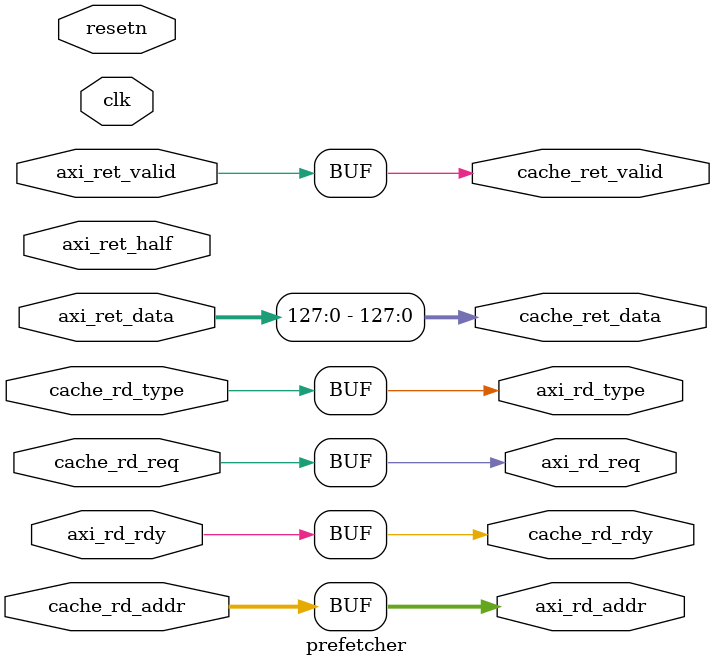
<source format=v>
`define IDLE          2'b01
`define HIT           2'b10

module prefetcher (
    input           clk,
    input           resetn,
    // Dcache
    input           cache_rd_req,
    input           cache_rd_type,
    input   [ 31:0] cache_rd_addr,
    output          cache_rd_rdy,
    output          cache_ret_valid,
    output  [127:0] cache_ret_data,
    // AXI
    output          axi_rd_req,
    output          axi_rd_type,
    output  [ 31:0] axi_rd_addr,
    input           axi_rd_rdy,
    input           axi_ret_valid,
    input   [255:0] axi_ret_data,
    input           axi_ret_half
);

// Buffer
reg [127:0] buffer;
reg [ 31:0] addr;
reg         valid;
reg         uncache;

always @(posedge clk) begin
    if(!resetn) begin
        addr <= 32'b0;
    end
    else if (axi_rd_req && axi_rd_rdy && (axi_rd_type == 1'b1)) begin
        addr <= axi_rd_addr + 32'd16;
    end
end

always @(posedge clk) begin
    if(!resetn) begin
        buffer <= 127'b0;
    end
    else if (axi_ret_valid && !uncache) begin
        buffer <= axi_ret_data[255:128];
    end
end

always @(posedge clk) begin
    if(!resetn) begin
        uncache <= 1'b0;
    end
    else if (axi_rd_req && axi_rd_rdy && (axi_rd_type == 1'b0)) begin
        uncache <= 1'b1;
    end
    else if (axi_ret_valid_mod) begin
        uncache <= 1'b0;
    end
end

always @(posedge clk) begin
    if(!resetn) begin
        valid <= 1'b0;
    end
    else if (axi_rd_req && axi_rd_rdy && (axi_rd_type == 1'b1)) begin
        valid <= 1'b0;
    end
    else if (axi_ret_valid && !uncache) begin
        valid <= 1'b1;
    end
end

wire buffer_hit;
assign buffer_hit = cache_rd_req && (cache_rd_addr == addr);

reg wait_for_fill;
always @(posedge clk) begin
    if(!resetn) begin
        wait_for_fill <= 1'b0;
    end
    else if (axi_ret_half) begin
        wait_for_fill <= 1'b1;
    end
    else if (axi_ret_valid) begin
        wait_for_fill <= 1'b0;
    end
end
wire axi_ret_valid_mod;
assign axi_ret_valid_mod = wait_for_fill ? 0 : axi_ret_valid;

/* assign axi_rd_req = buffer_hit ? 1'b0 : cache_rd_req;
assign axi_rd_type = cache_rd_type;
assign axi_rd_addr = cache_rd_addr;
assign cache_rd_rdy = buffer_hit ? 1'b1 : axi_rd_rdy;
assign cache_ret_valid = (state == `HIT) ? valid : (uncache ? axi_ret_valid_mod : axi_ret_half);
assign cache_ret_data = (state == `HIT) ? buffer : axi_ret_data[127:0];
 */
assign axi_rd_req =  cache_rd_req;
assign axi_rd_type = cache_rd_type;
assign axi_rd_addr = cache_rd_addr;
assign cache_rd_rdy = axi_rd_rdy;
assign cache_ret_valid = axi_ret_valid;
assign cache_ret_data = axi_ret_data[127:0];
// FSM
reg [1:0] state;
reg [1:0] next_state;

always @(posedge clk) begin
    if (!resetn) begin
        state <= `IDLE;
    end
    else begin
        state <= next_state;
    end
end
always @(*) begin
	case(state)
	`IDLE:
        if (buffer_hit) begin
            next_state = `HIT;
        end
		else begin
			next_state = `IDLE;
		end
	`HIT:
        if (valid) begin
			next_state = `IDLE;
		end
        else begin
			next_state = `HIT;
		end
	default:
		next_state = `IDLE;
	endcase
end
    
endmodule

</source>
